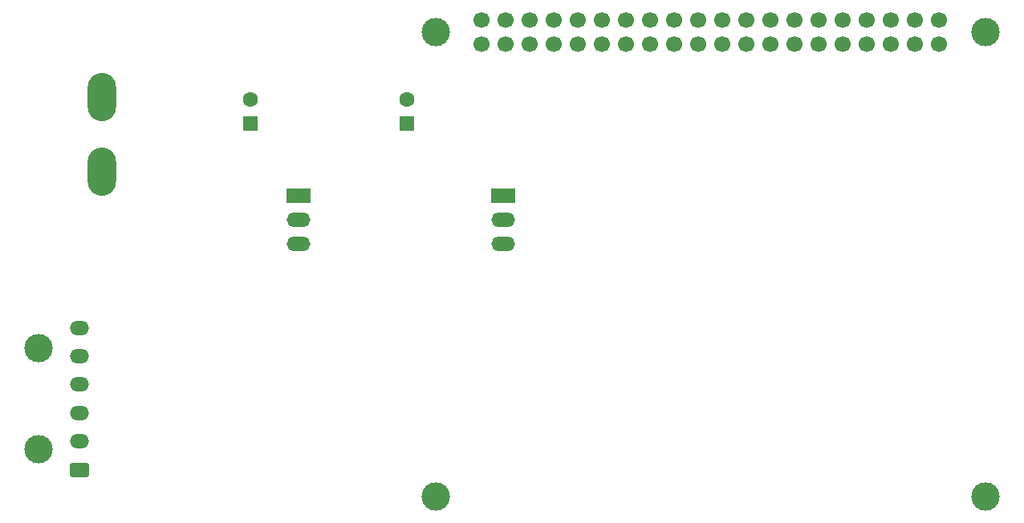
<source format=gbr>
G04 #@! TF.GenerationSoftware,KiCad,Pcbnew,(6.0.8)*
G04 #@! TF.CreationDate,2022-11-19T16:11:50-06:00*
G04 #@! TF.ProjectId,NavBoard_Hardware,4e617642-6f61-4726-945f-486172647761,2_ 2023*
G04 #@! TF.SameCoordinates,Original*
G04 #@! TF.FileFunction,Soldermask,Bot*
G04 #@! TF.FilePolarity,Negative*
%FSLAX46Y46*%
G04 Gerber Fmt 4.6, Leading zero omitted, Abs format (unit mm)*
G04 Created by KiCad (PCBNEW (6.0.8)) date 2022-11-19 16:11:50*
%MOMM*%
%LPD*%
G01*
G04 APERTURE LIST*
G04 Aperture macros list*
%AMRoundRect*
0 Rectangle with rounded corners*
0 $1 Rounding radius*
0 $2 $3 $4 $5 $6 $7 $8 $9 X,Y pos of 4 corners*
0 Add a 4 corners polygon primitive as box body*
4,1,4,$2,$3,$4,$5,$6,$7,$8,$9,$2,$3,0*
0 Add four circle primitives for the rounded corners*
1,1,$1+$1,$2,$3*
1,1,$1+$1,$4,$5*
1,1,$1+$1,$6,$7*
1,1,$1+$1,$8,$9*
0 Add four rect primitives between the rounded corners*
20,1,$1+$1,$2,$3,$4,$5,0*
20,1,$1+$1,$4,$5,$6,$7,0*
20,1,$1+$1,$6,$7,$8,$9,0*
20,1,$1+$1,$8,$9,$2,$3,0*%
G04 Aperture macros list end*
%ADD10R,1.600000X1.600000*%
%ADD11C,1.600000*%
%ADD12O,3.000000X5.100000*%
%ADD13C,3.000000*%
%ADD14C,1.700000*%
%ADD15RoundRect,0.250000X0.760000X-0.500000X0.760000X0.500000X-0.760000X0.500000X-0.760000X-0.500000X0*%
%ADD16O,2.020000X1.500000*%
%ADD17R,2.500000X1.500000*%
%ADD18O,2.500000X1.500000*%
G04 APERTURE END LIST*
D10*
X66040000Y-50800000D03*
D11*
X66040000Y-48300000D03*
D10*
X82550000Y-50800000D03*
D11*
X82550000Y-48300000D03*
D12*
X50400000Y-48026000D03*
X50400000Y-55900000D03*
D13*
X143580000Y-90170000D03*
X85580000Y-90170000D03*
X143580000Y-41170000D03*
X85580000Y-41170000D03*
D14*
X90450000Y-42440000D03*
X90450000Y-39900000D03*
X92990000Y-42440000D03*
X92990000Y-39900000D03*
X95530000Y-42440000D03*
X95530000Y-39900000D03*
X98070000Y-42440000D03*
X98070000Y-39900000D03*
X100610000Y-42440000D03*
X100610000Y-39900000D03*
X103150000Y-42440000D03*
X103150000Y-39900000D03*
X105690000Y-42440000D03*
X105690000Y-39900000D03*
X108230000Y-42440000D03*
X108230000Y-39900000D03*
X110770000Y-42440000D03*
X110770000Y-39900000D03*
X113310000Y-42440000D03*
X113310000Y-39900000D03*
X115850000Y-42440000D03*
X115850000Y-39900000D03*
X118390000Y-42440000D03*
X118390000Y-39900000D03*
X120930000Y-42440000D03*
X120930000Y-39900000D03*
X123470000Y-42440000D03*
X123470000Y-39900000D03*
X126010000Y-42440000D03*
X126010000Y-39900000D03*
X128550000Y-42440000D03*
X128550000Y-39900000D03*
X131090000Y-42440000D03*
X131090000Y-39900000D03*
X133630000Y-42440000D03*
X133630000Y-39900000D03*
X136170000Y-42440000D03*
X136170000Y-39900000D03*
X138710000Y-42440000D03*
X138710000Y-39900000D03*
D13*
X43686000Y-74526000D03*
X43686000Y-85226000D03*
D15*
X48006000Y-87376000D03*
D16*
X48006000Y-84376000D03*
X48006000Y-81376000D03*
X48006000Y-78376000D03*
X48006000Y-75376000D03*
X48006000Y-72376000D03*
D17*
X71120000Y-58420000D03*
D18*
X71120000Y-60960000D03*
X71120000Y-63500000D03*
D17*
X92710000Y-58420000D03*
D18*
X92710000Y-60960000D03*
X92710000Y-63500000D03*
M02*

</source>
